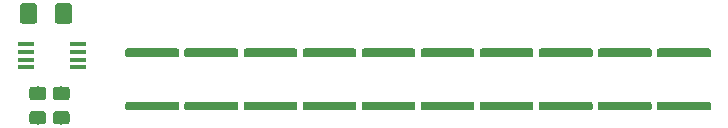
<source format=gbr>
G04 #@! TF.GenerationSoftware,KiCad,Pcbnew,6.0.0-unknown-ea0edab~86~ubuntu18.04.1*
G04 #@! TF.CreationDate,2019-07-07T15:34:29+02:00*
G04 #@! TF.ProjectId,ir-receiver,69722d72-6563-4656-9976-65722e6b6963,rev?*
G04 #@! TF.SameCoordinates,Original*
G04 #@! TF.FileFunction,Paste,Top*
G04 #@! TF.FilePolarity,Positive*
%FSLAX46Y46*%
G04 Gerber Fmt 4.6, Leading zero omitted, Abs format (unit mm)*
G04 Created by KiCad (PCBNEW 6.0.0-unknown-ea0edab~86~ubuntu18.04.1) date 2019-07-07 15:34:29*
%MOMM*%
%LPD*%
G04 APERTURE LIST*
%ADD10C,0.100000*%
%ADD11C,1.150000*%
%ADD12R,1.450000X0.450000*%
%ADD13C,0.750000*%
%ADD14C,1.425000*%
G04 APERTURE END LIST*
D10*
G36*
X148845671Y-113619030D02*
G01*
X148926777Y-113673223D01*
X148980970Y-113754329D01*
X149000000Y-113849999D01*
X149000000Y-114500001D01*
X148980970Y-114595671D01*
X148926777Y-114676777D01*
X148845671Y-114730970D01*
X148750001Y-114750000D01*
X147849999Y-114750000D01*
X147754329Y-114730970D01*
X147673223Y-114676777D01*
X147619030Y-114595671D01*
X147600000Y-114500001D01*
X147600000Y-113849999D01*
X147619030Y-113754329D01*
X147673223Y-113673223D01*
X147754329Y-113619030D01*
X147849999Y-113600000D01*
X148750001Y-113600000D01*
X148845671Y-113619030D01*
X148845671Y-113619030D01*
G37*
D11*
X148300000Y-114175000D03*
D10*
G36*
X148845671Y-115669030D02*
G01*
X148926777Y-115723223D01*
X148980970Y-115804329D01*
X149000000Y-115899999D01*
X149000000Y-116550001D01*
X148980970Y-116645671D01*
X148926777Y-116726777D01*
X148845671Y-116780970D01*
X148750001Y-116800000D01*
X147849999Y-116800000D01*
X147754329Y-116780970D01*
X147673223Y-116726777D01*
X147619030Y-116645671D01*
X147600000Y-116550001D01*
X147600000Y-115899999D01*
X147619030Y-115804329D01*
X147673223Y-115723223D01*
X147754329Y-115669030D01*
X147849999Y-115650000D01*
X148750001Y-115650000D01*
X148845671Y-115669030D01*
X148845671Y-115669030D01*
G37*
D11*
X148300000Y-116225000D03*
D12*
X151700000Y-110025000D03*
X151700000Y-110675000D03*
X151700000Y-111325000D03*
X151700000Y-111975000D03*
X147300000Y-111975000D03*
X147300000Y-111325000D03*
X147300000Y-110675000D03*
X147300000Y-110025000D03*
D10*
G36*
X205172217Y-110387674D02*
G01*
X205226233Y-110423767D01*
X205262326Y-110477783D01*
X205275000Y-110541500D01*
X205275000Y-110958500D01*
X205262326Y-111022217D01*
X205226233Y-111076233D01*
X205172217Y-111112326D01*
X205108500Y-111125000D01*
X200891500Y-111125000D01*
X200827783Y-111112326D01*
X200773767Y-111076233D01*
X200737674Y-111022217D01*
X200725000Y-110958500D01*
X200725000Y-110541500D01*
X200737674Y-110477783D01*
X200773767Y-110423767D01*
X200827783Y-110387674D01*
X200891500Y-110375000D01*
X205108500Y-110375000D01*
X205172217Y-110387674D01*
X205172217Y-110387674D01*
G37*
D13*
X203000000Y-110750000D03*
D10*
G36*
X205172217Y-114887674D02*
G01*
X205226233Y-114923767D01*
X205262326Y-114977783D01*
X205275000Y-115041500D01*
X205275000Y-115458500D01*
X205262326Y-115522217D01*
X205226233Y-115576233D01*
X205172217Y-115612326D01*
X205108500Y-115625000D01*
X200891500Y-115625000D01*
X200827783Y-115612326D01*
X200773767Y-115576233D01*
X200737674Y-115522217D01*
X200725000Y-115458500D01*
X200725000Y-115041500D01*
X200737674Y-114977783D01*
X200773767Y-114923767D01*
X200827783Y-114887674D01*
X200891500Y-114875000D01*
X205108500Y-114875000D01*
X205172217Y-114887674D01*
X205172217Y-114887674D01*
G37*
D13*
X203000000Y-115250000D03*
D10*
G36*
X200172217Y-110387674D02*
G01*
X200226233Y-110423767D01*
X200262326Y-110477783D01*
X200275000Y-110541500D01*
X200275000Y-110958500D01*
X200262326Y-111022217D01*
X200226233Y-111076233D01*
X200172217Y-111112326D01*
X200108500Y-111125000D01*
X195891500Y-111125000D01*
X195827783Y-111112326D01*
X195773767Y-111076233D01*
X195737674Y-111022217D01*
X195725000Y-110958500D01*
X195725000Y-110541500D01*
X195737674Y-110477783D01*
X195773767Y-110423767D01*
X195827783Y-110387674D01*
X195891500Y-110375000D01*
X200108500Y-110375000D01*
X200172217Y-110387674D01*
X200172217Y-110387674D01*
G37*
D13*
X198000000Y-110750000D03*
D10*
G36*
X200172217Y-114887674D02*
G01*
X200226233Y-114923767D01*
X200262326Y-114977783D01*
X200275000Y-115041500D01*
X200275000Y-115458500D01*
X200262326Y-115522217D01*
X200226233Y-115576233D01*
X200172217Y-115612326D01*
X200108500Y-115625000D01*
X195891500Y-115625000D01*
X195827783Y-115612326D01*
X195773767Y-115576233D01*
X195737674Y-115522217D01*
X195725000Y-115458500D01*
X195725000Y-115041500D01*
X195737674Y-114977783D01*
X195773767Y-114923767D01*
X195827783Y-114887674D01*
X195891500Y-114875000D01*
X200108500Y-114875000D01*
X200172217Y-114887674D01*
X200172217Y-114887674D01*
G37*
D13*
X198000000Y-115250000D03*
D10*
G36*
X195172217Y-110387674D02*
G01*
X195226233Y-110423767D01*
X195262326Y-110477783D01*
X195275000Y-110541500D01*
X195275000Y-110958500D01*
X195262326Y-111022217D01*
X195226233Y-111076233D01*
X195172217Y-111112326D01*
X195108500Y-111125000D01*
X190891500Y-111125000D01*
X190827783Y-111112326D01*
X190773767Y-111076233D01*
X190737674Y-111022217D01*
X190725000Y-110958500D01*
X190725000Y-110541500D01*
X190737674Y-110477783D01*
X190773767Y-110423767D01*
X190827783Y-110387674D01*
X190891500Y-110375000D01*
X195108500Y-110375000D01*
X195172217Y-110387674D01*
X195172217Y-110387674D01*
G37*
D13*
X193000000Y-110750000D03*
D10*
G36*
X195172217Y-114887674D02*
G01*
X195226233Y-114923767D01*
X195262326Y-114977783D01*
X195275000Y-115041500D01*
X195275000Y-115458500D01*
X195262326Y-115522217D01*
X195226233Y-115576233D01*
X195172217Y-115612326D01*
X195108500Y-115625000D01*
X190891500Y-115625000D01*
X190827783Y-115612326D01*
X190773767Y-115576233D01*
X190737674Y-115522217D01*
X190725000Y-115458500D01*
X190725000Y-115041500D01*
X190737674Y-114977783D01*
X190773767Y-114923767D01*
X190827783Y-114887674D01*
X190891500Y-114875000D01*
X195108500Y-114875000D01*
X195172217Y-114887674D01*
X195172217Y-114887674D01*
G37*
D13*
X193000000Y-115250000D03*
D10*
G36*
X190172217Y-110387674D02*
G01*
X190226233Y-110423767D01*
X190262326Y-110477783D01*
X190275000Y-110541500D01*
X190275000Y-110958500D01*
X190262326Y-111022217D01*
X190226233Y-111076233D01*
X190172217Y-111112326D01*
X190108500Y-111125000D01*
X185891500Y-111125000D01*
X185827783Y-111112326D01*
X185773767Y-111076233D01*
X185737674Y-111022217D01*
X185725000Y-110958500D01*
X185725000Y-110541500D01*
X185737674Y-110477783D01*
X185773767Y-110423767D01*
X185827783Y-110387674D01*
X185891500Y-110375000D01*
X190108500Y-110375000D01*
X190172217Y-110387674D01*
X190172217Y-110387674D01*
G37*
D13*
X188000000Y-110750000D03*
D10*
G36*
X190172217Y-114887674D02*
G01*
X190226233Y-114923767D01*
X190262326Y-114977783D01*
X190275000Y-115041500D01*
X190275000Y-115458500D01*
X190262326Y-115522217D01*
X190226233Y-115576233D01*
X190172217Y-115612326D01*
X190108500Y-115625000D01*
X185891500Y-115625000D01*
X185827783Y-115612326D01*
X185773767Y-115576233D01*
X185737674Y-115522217D01*
X185725000Y-115458500D01*
X185725000Y-115041500D01*
X185737674Y-114977783D01*
X185773767Y-114923767D01*
X185827783Y-114887674D01*
X185891500Y-114875000D01*
X190108500Y-114875000D01*
X190172217Y-114887674D01*
X190172217Y-114887674D01*
G37*
D13*
X188000000Y-115250000D03*
D10*
G36*
X185172217Y-110387674D02*
G01*
X185226233Y-110423767D01*
X185262326Y-110477783D01*
X185275000Y-110541500D01*
X185275000Y-110958500D01*
X185262326Y-111022217D01*
X185226233Y-111076233D01*
X185172217Y-111112326D01*
X185108500Y-111125000D01*
X180891500Y-111125000D01*
X180827783Y-111112326D01*
X180773767Y-111076233D01*
X180737674Y-111022217D01*
X180725000Y-110958500D01*
X180725000Y-110541500D01*
X180737674Y-110477783D01*
X180773767Y-110423767D01*
X180827783Y-110387674D01*
X180891500Y-110375000D01*
X185108500Y-110375000D01*
X185172217Y-110387674D01*
X185172217Y-110387674D01*
G37*
D13*
X183000000Y-110750000D03*
D10*
G36*
X185172217Y-114887674D02*
G01*
X185226233Y-114923767D01*
X185262326Y-114977783D01*
X185275000Y-115041500D01*
X185275000Y-115458500D01*
X185262326Y-115522217D01*
X185226233Y-115576233D01*
X185172217Y-115612326D01*
X185108500Y-115625000D01*
X180891500Y-115625000D01*
X180827783Y-115612326D01*
X180773767Y-115576233D01*
X180737674Y-115522217D01*
X180725000Y-115458500D01*
X180725000Y-115041500D01*
X180737674Y-114977783D01*
X180773767Y-114923767D01*
X180827783Y-114887674D01*
X180891500Y-114875000D01*
X185108500Y-114875000D01*
X185172217Y-114887674D01*
X185172217Y-114887674D01*
G37*
D13*
X183000000Y-115250000D03*
D10*
G36*
X180172217Y-110387674D02*
G01*
X180226233Y-110423767D01*
X180262326Y-110477783D01*
X180275000Y-110541500D01*
X180275000Y-110958500D01*
X180262326Y-111022217D01*
X180226233Y-111076233D01*
X180172217Y-111112326D01*
X180108500Y-111125000D01*
X175891500Y-111125000D01*
X175827783Y-111112326D01*
X175773767Y-111076233D01*
X175737674Y-111022217D01*
X175725000Y-110958500D01*
X175725000Y-110541500D01*
X175737674Y-110477783D01*
X175773767Y-110423767D01*
X175827783Y-110387674D01*
X175891500Y-110375000D01*
X180108500Y-110375000D01*
X180172217Y-110387674D01*
X180172217Y-110387674D01*
G37*
D13*
X178000000Y-110750000D03*
D10*
G36*
X180172217Y-114887674D02*
G01*
X180226233Y-114923767D01*
X180262326Y-114977783D01*
X180275000Y-115041500D01*
X180275000Y-115458500D01*
X180262326Y-115522217D01*
X180226233Y-115576233D01*
X180172217Y-115612326D01*
X180108500Y-115625000D01*
X175891500Y-115625000D01*
X175827783Y-115612326D01*
X175773767Y-115576233D01*
X175737674Y-115522217D01*
X175725000Y-115458500D01*
X175725000Y-115041500D01*
X175737674Y-114977783D01*
X175773767Y-114923767D01*
X175827783Y-114887674D01*
X175891500Y-114875000D01*
X180108500Y-114875000D01*
X180172217Y-114887674D01*
X180172217Y-114887674D01*
G37*
D13*
X178000000Y-115250000D03*
D10*
G36*
X175172217Y-110387674D02*
G01*
X175226233Y-110423767D01*
X175262326Y-110477783D01*
X175275000Y-110541500D01*
X175275000Y-110958500D01*
X175262326Y-111022217D01*
X175226233Y-111076233D01*
X175172217Y-111112326D01*
X175108500Y-111125000D01*
X170891500Y-111125000D01*
X170827783Y-111112326D01*
X170773767Y-111076233D01*
X170737674Y-111022217D01*
X170725000Y-110958500D01*
X170725000Y-110541500D01*
X170737674Y-110477783D01*
X170773767Y-110423767D01*
X170827783Y-110387674D01*
X170891500Y-110375000D01*
X175108500Y-110375000D01*
X175172217Y-110387674D01*
X175172217Y-110387674D01*
G37*
D13*
X173000000Y-110750000D03*
D10*
G36*
X175172217Y-114887674D02*
G01*
X175226233Y-114923767D01*
X175262326Y-114977783D01*
X175275000Y-115041500D01*
X175275000Y-115458500D01*
X175262326Y-115522217D01*
X175226233Y-115576233D01*
X175172217Y-115612326D01*
X175108500Y-115625000D01*
X170891500Y-115625000D01*
X170827783Y-115612326D01*
X170773767Y-115576233D01*
X170737674Y-115522217D01*
X170725000Y-115458500D01*
X170725000Y-115041500D01*
X170737674Y-114977783D01*
X170773767Y-114923767D01*
X170827783Y-114887674D01*
X170891500Y-114875000D01*
X175108500Y-114875000D01*
X175172217Y-114887674D01*
X175172217Y-114887674D01*
G37*
D13*
X173000000Y-115250000D03*
D10*
G36*
X170172217Y-110387674D02*
G01*
X170226233Y-110423767D01*
X170262326Y-110477783D01*
X170275000Y-110541500D01*
X170275000Y-110958500D01*
X170262326Y-111022217D01*
X170226233Y-111076233D01*
X170172217Y-111112326D01*
X170108500Y-111125000D01*
X165891500Y-111125000D01*
X165827783Y-111112326D01*
X165773767Y-111076233D01*
X165737674Y-111022217D01*
X165725000Y-110958500D01*
X165725000Y-110541500D01*
X165737674Y-110477783D01*
X165773767Y-110423767D01*
X165827783Y-110387674D01*
X165891500Y-110375000D01*
X170108500Y-110375000D01*
X170172217Y-110387674D01*
X170172217Y-110387674D01*
G37*
D13*
X168000000Y-110750000D03*
D10*
G36*
X170172217Y-114887674D02*
G01*
X170226233Y-114923767D01*
X170262326Y-114977783D01*
X170275000Y-115041500D01*
X170275000Y-115458500D01*
X170262326Y-115522217D01*
X170226233Y-115576233D01*
X170172217Y-115612326D01*
X170108500Y-115625000D01*
X165891500Y-115625000D01*
X165827783Y-115612326D01*
X165773767Y-115576233D01*
X165737674Y-115522217D01*
X165725000Y-115458500D01*
X165725000Y-115041500D01*
X165737674Y-114977783D01*
X165773767Y-114923767D01*
X165827783Y-114887674D01*
X165891500Y-114875000D01*
X170108500Y-114875000D01*
X170172217Y-114887674D01*
X170172217Y-114887674D01*
G37*
D13*
X168000000Y-115250000D03*
D10*
G36*
X165172217Y-110387674D02*
G01*
X165226233Y-110423767D01*
X165262326Y-110477783D01*
X165275000Y-110541500D01*
X165275000Y-110958500D01*
X165262326Y-111022217D01*
X165226233Y-111076233D01*
X165172217Y-111112326D01*
X165108500Y-111125000D01*
X160891500Y-111125000D01*
X160827783Y-111112326D01*
X160773767Y-111076233D01*
X160737674Y-111022217D01*
X160725000Y-110958500D01*
X160725000Y-110541500D01*
X160737674Y-110477783D01*
X160773767Y-110423767D01*
X160827783Y-110387674D01*
X160891500Y-110375000D01*
X165108500Y-110375000D01*
X165172217Y-110387674D01*
X165172217Y-110387674D01*
G37*
D13*
X163000000Y-110750000D03*
D10*
G36*
X165172217Y-114887674D02*
G01*
X165226233Y-114923767D01*
X165262326Y-114977783D01*
X165275000Y-115041500D01*
X165275000Y-115458500D01*
X165262326Y-115522217D01*
X165226233Y-115576233D01*
X165172217Y-115612326D01*
X165108500Y-115625000D01*
X160891500Y-115625000D01*
X160827783Y-115612326D01*
X160773767Y-115576233D01*
X160737674Y-115522217D01*
X160725000Y-115458500D01*
X160725000Y-115041500D01*
X160737674Y-114977783D01*
X160773767Y-114923767D01*
X160827783Y-114887674D01*
X160891500Y-114875000D01*
X165108500Y-114875000D01*
X165172217Y-114887674D01*
X165172217Y-114887674D01*
G37*
D13*
X163000000Y-115250000D03*
D10*
G36*
X160172217Y-110387674D02*
G01*
X160226233Y-110423767D01*
X160262326Y-110477783D01*
X160275000Y-110541500D01*
X160275000Y-110958500D01*
X160262326Y-111022217D01*
X160226233Y-111076233D01*
X160172217Y-111112326D01*
X160108500Y-111125000D01*
X155891500Y-111125000D01*
X155827783Y-111112326D01*
X155773767Y-111076233D01*
X155737674Y-111022217D01*
X155725000Y-110958500D01*
X155725000Y-110541500D01*
X155737674Y-110477783D01*
X155773767Y-110423767D01*
X155827783Y-110387674D01*
X155891500Y-110375000D01*
X160108500Y-110375000D01*
X160172217Y-110387674D01*
X160172217Y-110387674D01*
G37*
D13*
X158000000Y-110750000D03*
D10*
G36*
X160172217Y-114887674D02*
G01*
X160226233Y-114923767D01*
X160262326Y-114977783D01*
X160275000Y-115041500D01*
X160275000Y-115458500D01*
X160262326Y-115522217D01*
X160226233Y-115576233D01*
X160172217Y-115612326D01*
X160108500Y-115625000D01*
X155891500Y-115625000D01*
X155827783Y-115612326D01*
X155773767Y-115576233D01*
X155737674Y-115522217D01*
X155725000Y-115458500D01*
X155725000Y-115041500D01*
X155737674Y-114977783D01*
X155773767Y-114923767D01*
X155827783Y-114887674D01*
X155891500Y-114875000D01*
X160108500Y-114875000D01*
X160172217Y-114887674D01*
X160172217Y-114887674D01*
G37*
D13*
X158000000Y-115250000D03*
D10*
G36*
X151045671Y-106544030D02*
G01*
X151126777Y-106598223D01*
X151180970Y-106679329D01*
X151200000Y-106775000D01*
X151200000Y-108025000D01*
X151180970Y-108120671D01*
X151126777Y-108201777D01*
X151045671Y-108255970D01*
X150950000Y-108275000D01*
X150025000Y-108275000D01*
X149929329Y-108255970D01*
X149848223Y-108201777D01*
X149794030Y-108120671D01*
X149775000Y-108025000D01*
X149775000Y-106775000D01*
X149794030Y-106679329D01*
X149848223Y-106598223D01*
X149929329Y-106544030D01*
X150025000Y-106525000D01*
X150950000Y-106525000D01*
X151045671Y-106544030D01*
X151045671Y-106544030D01*
G37*
D14*
X150487500Y-107400000D03*
D10*
G36*
X148070671Y-106544030D02*
G01*
X148151777Y-106598223D01*
X148205970Y-106679329D01*
X148225000Y-106775000D01*
X148225000Y-108025000D01*
X148205970Y-108120671D01*
X148151777Y-108201777D01*
X148070671Y-108255970D01*
X147975000Y-108275000D01*
X147050000Y-108275000D01*
X146954329Y-108255970D01*
X146873223Y-108201777D01*
X146819030Y-108120671D01*
X146800000Y-108025000D01*
X146800000Y-106775000D01*
X146819030Y-106679329D01*
X146873223Y-106598223D01*
X146954329Y-106544030D01*
X147050000Y-106525000D01*
X147975000Y-106525000D01*
X148070671Y-106544030D01*
X148070671Y-106544030D01*
G37*
D14*
X147512500Y-107400000D03*
D10*
G36*
X150845671Y-115669030D02*
G01*
X150926777Y-115723223D01*
X150980970Y-115804329D01*
X151000000Y-115899999D01*
X151000000Y-116550001D01*
X150980970Y-116645671D01*
X150926777Y-116726777D01*
X150845671Y-116780970D01*
X150750001Y-116800000D01*
X149849999Y-116800000D01*
X149754329Y-116780970D01*
X149673223Y-116726777D01*
X149619030Y-116645671D01*
X149600000Y-116550001D01*
X149600000Y-115899999D01*
X149619030Y-115804329D01*
X149673223Y-115723223D01*
X149754329Y-115669030D01*
X149849999Y-115650000D01*
X150750001Y-115650000D01*
X150845671Y-115669030D01*
X150845671Y-115669030D01*
G37*
D11*
X150300000Y-116225000D03*
D10*
G36*
X150845671Y-113619030D02*
G01*
X150926777Y-113673223D01*
X150980970Y-113754329D01*
X151000000Y-113849999D01*
X151000000Y-114500001D01*
X150980970Y-114595671D01*
X150926777Y-114676777D01*
X150845671Y-114730970D01*
X150750001Y-114750000D01*
X149849999Y-114750000D01*
X149754329Y-114730970D01*
X149673223Y-114676777D01*
X149619030Y-114595671D01*
X149600000Y-114500001D01*
X149600000Y-113849999D01*
X149619030Y-113754329D01*
X149673223Y-113673223D01*
X149754329Y-113619030D01*
X149849999Y-113600000D01*
X150750001Y-113600000D01*
X150845671Y-113619030D01*
X150845671Y-113619030D01*
G37*
D11*
X150300000Y-114175000D03*
M02*

</source>
